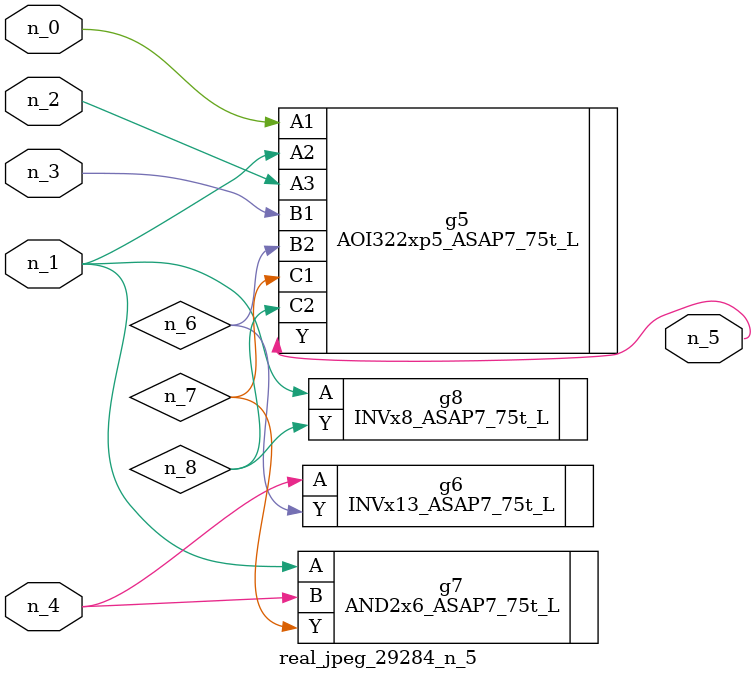
<source format=v>
module real_jpeg_29284_n_5 (n_4, n_0, n_1, n_2, n_3, n_5);

input n_4;
input n_0;
input n_1;
input n_2;
input n_3;

output n_5;

wire n_8;
wire n_6;
wire n_7;

AOI322xp5_ASAP7_75t_L g5 ( 
.A1(n_0),
.A2(n_1),
.A3(n_2),
.B1(n_3),
.B2(n_6),
.C1(n_7),
.C2(n_8),
.Y(n_5)
);

AND2x6_ASAP7_75t_L g7 ( 
.A(n_1),
.B(n_4),
.Y(n_7)
);

INVx8_ASAP7_75t_L g8 ( 
.A(n_1),
.Y(n_8)
);

INVx13_ASAP7_75t_L g6 ( 
.A(n_4),
.Y(n_6)
);


endmodule
</source>
